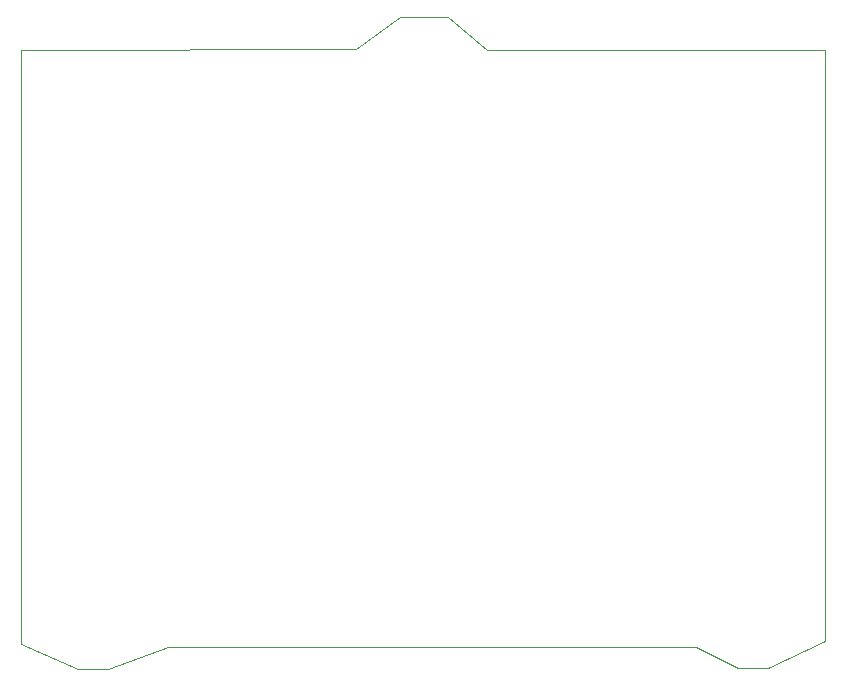
<source format=gbr>
%TF.GenerationSoftware,KiCad,Pcbnew,7.0.10*%
%TF.CreationDate,2024-04-14T19:03:43+02:00*%
%TF.ProjectId,DIC,4449432e-6b69-4636-9164-5f7063625858,rev?*%
%TF.SameCoordinates,Original*%
%TF.FileFunction,Profile,NP*%
%FSLAX46Y46*%
G04 Gerber Fmt 4.6, Leading zero omitted, Abs format (unit mm)*
G04 Created by KiCad (PCBNEW 7.0.10) date 2024-04-14 19:03:43*
%MOMM*%
%LPD*%
G01*
G04 APERTURE LIST*
%TA.AperFunction,Profile*%
%ADD10C,0.100000*%
%TD*%
G04 APERTURE END LIST*
D10*
%TO.C,U4*%
X11874500Y-62168000D02*
X16700500Y-64327000D01*
X11890500Y-11876000D02*
X11874500Y-62168000D01*
X16700500Y-64327000D02*
X19240500Y-64327000D01*
X19240500Y-64327000D02*
X24320500Y-62422000D01*
X24320500Y-62422000D02*
X69024500Y-62422000D01*
X40255000Y-11862000D02*
X11890500Y-11876000D01*
X43946000Y-9082000D02*
X40255000Y-11862000D01*
X48069500Y-9082000D02*
X43946000Y-9082000D01*
X51371500Y-11876000D02*
X48069500Y-9082000D01*
X69024500Y-62422000D02*
X72580500Y-64200000D01*
X72580500Y-64200000D02*
X75120500Y-64200000D01*
X75120500Y-64200000D02*
X79946500Y-61914000D01*
X79946500Y-11876000D02*
X51371500Y-11876000D01*
X79946500Y-61914000D02*
X79946500Y-11876000D01*
%TD*%
M02*

</source>
